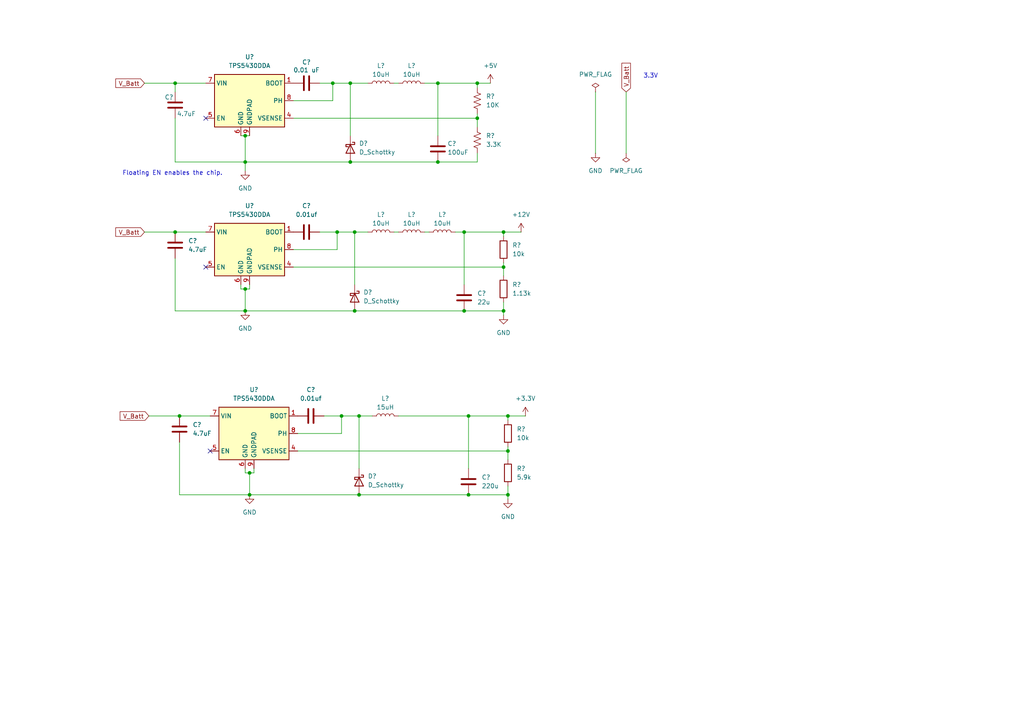
<source format=kicad_sch>
(kicad_sch (version 20250114) (generator "eeschema") (generator_version "9.0")
  (paper "A4")
  (title_block (date "2024-11-14") (company "UW Huskysat") (comment 1 "Tracy, Maria, Phina, David"))
  (lib_symbols
    (symbol "Device:C" (pin_numbers (hide yes)) (pin_names (offset 0.254))
      (property "Reference" "C" (at 0.635 2.54 0))
      (property "Value" "C" (at 0.635 -2.54 0))
      (symbol "C_0_1"
        (polyline (pts (xy -2.032 0.762) (xy 2.032 0.762)) (stroke (width 0.508)))
        (polyline (pts (xy -2.032 -0.762) (xy 2.032 -0.762)) (stroke (width 0.508)))
      )
      (symbol "C_1_1"
        (pin passive line (at 0 3.81 270) (length 2.794) (name "~") (number "1"))
        (pin passive line (at 0 -3.81 90) (length 2.794) (name "~") (number "2"))
      )
    )
    (symbol "Device:D_Schottky" (pin_numbers (hide yes)) (pin_names (offset 1.016) (hide yes))
      (property "Reference" "D" (at 0 2.54 0))
      (property "Value" "D_Schottky" (at 0 -2.54 0))
      (symbol "D_Schottky_0_1"
        (polyline (pts (xy -1.905 0.635) (xy -1.905 1.27) (xy -1.27 1.27) (xy -1.27 -1.27) (xy -0.635 -1.27) (xy -0.635 -0.635)) (stroke (width 0.254)))
        (polyline (pts (xy 1.27 1.27) (xy 1.27 -1.27) (xy -1.27 0) (xy 1.27 1.27)) (stroke (width 0.254)))
        (polyline (pts (xy 1.27 0) (xy -1.27 0)))
      )
      (symbol "D_Schottky_1_1"
        (pin passive line (at -3.81 0 0) (length 2.54) (name "K") (number "1"))
        (pin passive line (at 3.81 0 180) (length 2.54) (name "A") (number "2"))
      )
    )
    (symbol "Device:L" (pin_numbers (hide yes)) (pin_names (offset 1.016) (hide yes))
      (property "Reference" "L" (at -1.27 0 90))
      (property "Value" "L" (at 1.905 0 90))
      (symbol "L_0_1"
        (arc (start 0 2.54) (mid 0.6323 1.905) (end 0 1.27))
        (arc (start 0 1.27) (mid 0.6323 0.635) (end 0 0))
        (arc (start 0 0) (mid 0.6323 -0.635) (end 0 -1.27))
        (arc (start 0 -1.27) (mid 0.6323 -1.905) (end 0 -2.54))
      )
      (symbol "L_1_1"
        (pin passive line (at 0 3.81 270) (length 1.27) (name "1") (number "1"))
        (pin passive line (at 0 -3.81 90) (length 1.27) (name "2") (number "2"))
      )
    )
    (symbol "Device:R" (pin_numbers (hide yes)) (pin_names (offset 0))
      (property "Reference" "R" (at 2.032 0 90))
      (property "Value" "R" (at 0 0 90))
      (symbol "R_0_1"
        (rectangle (start -1.016 -2.54) (end 1.016 2.54) (stroke (width 0.254)))
      )
      (symbol "R_1_1"
        (pin passive line (at 0 3.81 270) (length 1.27) (name "~") (number "1"))
        (pin passive line (at 0 -3.81 90) (length 1.27) (name "~") (number "2"))
      )
    )
    (symbol "Device:R_US" (pin_numbers (hide yes)) (pin_names (offset 0))
      (property "Reference" "R" (at 2.54 0 90))
      (property "Value" "R_US" (at -2.54 0 90))
      (symbol "R_US_0_1"
        (polyline (pts (xy 0 2.286) (xy 0 2.54)))
        (polyline (pts (xy 0 2.286) (xy 1.016 1.905) (xy 0 1.524) (xy -1.016 1.143) (xy 0 0.762)))
        (polyline (pts (xy 0 0.762) (xy 1.016 0.381) (xy 0 0) (xy -1.016 -0.381) (xy 0 -0.762)))
        (polyline (pts (xy 0 -0.762) (xy 1.016 -1.143) (xy 0 -1.524) (xy -1.016 -1.905) (xy 0 -2.286)))
        (polyline (pts (xy 0 -2.286) (xy 0 -2.54)))
      )
      (symbol "R_US_1_1"
        (pin passive line (at 0 3.81 270) (length 1.27) (name "~") (number "1"))
        (pin passive line (at 0 -3.81 90) (length 1.27) (name "~") (number "2"))
      )
    )
    (symbol "GND_1" (power) (pin_names (offset 0))
      (property "Value" "GND" (at 0 -3.81 0))
      (symbol "GND_1_0_1"
        (polyline (pts (xy 0 0) (xy 0 -1.27) (xy 1.27 -1.27) (xy 0 -2.54) (xy -1.27 -1.27) (xy 0 -1.27)))
      )
      (symbol "GND_1_1_1"
        (pin power_in line (at 0 0 270) (length 0) (hide yes) (name "GND") (number "1"))
      )
    )
    (symbol "Regulator_Switching:TPS5430DDA"
      (property "Reference" "U" (at -10.16 8.89 0))
      (property "Value" "TPS5430DDA" (at -1.27 8.89 0))
      (symbol "TPS5430DDA_0_1"
        (rectangle (start -10.16 7.62) (end 10.16 -7.62) (stroke (width 0.254)) (fill (type background)))
      )
      (symbol "TPS5430DDA_1_1"
        (pin power_in line (at -12.7 5.08 0) (length 2.54) (name "VIN") (number "7"))
        (pin input line (at -12.7 -5.08 0) (length 2.54) (name "EN") (number "5"))
        (pin no_connect line (at -10.16 2.54 0) (length 2.54) (hide yes) (name "NC") (number "2"))
        (pin no_connect line (at -10.16 -2.54 0) (length 2.54) (hide yes) (name "NC") (number "3"))
        (pin power_in line (at -2.54 -10.16 90) (length 2.54) (name "GND") (number "6"))
        (pin power_in line (at 0 -10.16 90) (length 2.54) (name "GNDPAD") (number "9"))
        (pin input line (at 12.7 5.08 180) (length 2.54) (name "BOOT") (number "1"))
        (pin output line (at 12.7 0 180) (length 2.54) (name "PH") (number "8"))
        (pin input line (at 12.7 -5.08 180) (length 2.54) (name "VSENSE") (number "4"))
      )
    )
    (symbol "power:+12V" (power) (pin_numbers (hide yes)) (pin_names (offset 0) (hide yes))
      (property "Value" "+12V" (at 0 3.556 0))
      (symbol "+12V_0_1"
        (polyline (pts (xy -0.762 1.27) (xy 0 2.54)))
        (polyline (pts (xy 0 2.54) (xy 0.762 1.27)))
        (polyline (pts (xy 0 0) (xy 0 2.54)))
      )
      (symbol "+12V_1_1"
        (pin power_in line (at 0 0 90) (length 0) (name "~") (number "1"))
      )
    )
    (symbol "power:+5V" (power) (pin_numbers (hide yes)) (pin_names (offset 0) (hide yes))
      (property "Value" "+5V" (at 0 3.556 0))
      (symbol "+5V_0_1"
        (polyline (pts (xy -0.762 1.27) (xy 0 2.54)))
        (polyline (pts (xy 0 2.54) (xy 0.762 1.27)))
        (polyline (pts (xy 0 0) (xy 0 2.54)))
      )
      (symbol "+5V_1_1"
        (pin power_in line (at 0 0 90) (length 0) (name "~") (number "1"))
      )
    )
    (symbol "power:GND" (power) (pin_numbers (hide yes)) (pin_names (offset 0) (hide yes))
      (property "Value" "GND" (at 0 -3.81 0))
      (symbol "GND_0_1"
        (polyline (pts (xy 0 0) (xy 0 -1.27) (xy 1.27 -1.27) (xy 0 -2.54) (xy -1.27 -1.27) (xy 0 -1.27)))
      )
      (symbol "GND_1_1"
        (pin power_in line (at 0 0 270) (length 0) (name "~") (number "1"))
      )
    )
    (symbol "power:PWR_FLAG" (power) (pin_numbers (hide yes)) (pin_names (offset 0) (hide yes))
      (property "Value" "PWR_FLAG" (at 0 3.81 0))
      (symbol "PWR_FLAG_0_0"
        (pin power_out line (at 0 0 90) (length 0) (name "~") (number "1"))
      )
      (symbol "PWR_FLAG_0_1"
        (polyline (pts (xy 0 0) (xy 0 1.27) (xy -1.016 1.905) (xy 0 2.54) (xy 1.016 1.905) (xy 0 1.27)))
      )
    )
  )
  (text "3.3V\n" (at 188.722 22.098 0) (effects (font (size 1.27 1.27))))
  (text "Floating EN enables the chip." (at 50.038 50.292 0) (effects (font (size 1.27 1.27))))
  (junction (at 135.89 143.51))
  (junction (at 52.07 120.65))
  (junction (at 127 24.13))
  (junction (at 101.6 46.99))
  (junction (at 135.89 120.65))
  (junction (at 50.8 24.13))
  (junction (at 99.06 120.65))
  (junction (at 138.43 34.29))
  (junction (at 138.43 24.13))
  (junction (at 147.32 120.65))
  (junction (at 127 46.99))
  (junction (at 72.39 137.16))
  (junction (at 71.12 83.82))
  (junction (at 104.14 143.51))
  (junction (at 104.14 120.65))
  (junction (at 134.62 67.31))
  (junction (at 71.12 39.37))
  (junction (at 146.05 77.47))
  (junction (at 97.79 67.31))
  (junction (at 101.6 24.13))
  (junction (at 71.12 90.17))
  (junction (at 72.39 143.51))
  (junction (at 102.87 90.17))
  (junction (at 147.32 130.81))
  (junction (at 96.52 24.13))
  (junction (at 146.05 67.31))
  (junction (at 71.12 46.99))
  (junction (at 147.32 143.51))
  (junction (at 50.8 67.31))
  (junction (at 102.87 67.31))
  (junction (at 134.62 90.17))
  (junction (at 146.05 90.17))
  (no_connect (at 60.96 130.81))
  (no_connect (at 59.69 34.29))
  (no_connect (at 59.69 77.47))
  (wire (pts (xy 97.79 72.39) (xy 97.79 67.31)))
  (wire (pts (xy 146.05 80.01) (xy 146.05 77.47)))
  (wire (pts (xy 50.8 74.93) (xy 50.8 90.17)))
  (wire (pts (xy 114.3 24.13) (xy 115.57 24.13)))
  (wire (pts (xy 123.19 24.13) (xy 127 24.13)))
  (wire (pts (xy 147.32 133.35) (xy 147.32 130.81)))
  (wire (pts (xy 71.12 46.99) (xy 71.12 39.37)))
  (wire (pts (xy 73.66 135.89) (xy 73.66 137.16)))
  (wire (pts (xy 138.43 33.02) (xy 138.43 34.29)))
  (wire (pts (xy 147.32 140.97) (xy 147.32 143.51)))
  (wire (pts (xy 104.14 143.51) (xy 135.89 143.51)))
  (wire (pts (xy 135.89 143.51) (xy 147.32 143.51)))
  (wire (pts (xy 86.36 125.73) (xy 99.06 125.73)))
  (wire (pts (xy 101.6 39.37) (xy 101.6 24.13)))
  (wire (pts (xy 85.09 34.29) (xy 138.43 34.29)))
  (wire (pts (xy 96.52 24.13) (xy 96.52 29.21)))
  (wire (pts (xy 147.32 120.65) (xy 152.4 120.65)))
  (wire (pts (xy 127 24.13) (xy 127 39.37)))
  (wire (pts (xy 102.87 67.31) (xy 102.87 82.55)))
  (wire (pts (xy 114.3 67.31) (xy 115.57 67.31)))
  (wire (pts (xy 72.39 143.51) (xy 104.14 143.51)))
  (wire (pts (xy 138.43 24.13) (xy 138.43 25.4)))
  (wire (pts (xy 97.79 67.31) (xy 102.87 67.31)))
  (wire (pts (xy 138.43 44.45) (xy 138.43 46.99)))
  (wire (pts (xy 146.05 87.63) (xy 146.05 90.17)))
  (wire (pts (xy 123.19 67.31) (xy 124.46 67.31)))
  (wire (pts (xy 69.85 83.82) (xy 71.12 83.82)))
  (wire (pts (xy 147.32 129.54) (xy 147.32 130.81)))
  (wire (pts (xy 71.12 83.82) (xy 71.12 90.17)))
  (wire (pts (xy 71.12 83.82) (xy 72.39 83.82)))
  (wire (pts (xy 50.8 34.29) (xy 50.8 46.99)))
  (wire (pts (xy 52.07 128.27) (xy 52.07 143.51)))
  (wire (pts (xy 85.09 72.39) (xy 97.79 72.39)))
  (wire (pts (xy 101.6 46.99) (xy 127 46.99)))
  (wire (pts (xy 127 24.13) (xy 138.43 24.13)))
  (wire (pts (xy 92.71 67.31) (xy 97.79 67.31)))
  (wire (pts (xy 72.39 137.16) (xy 73.66 137.16)))
  (wire (pts (xy 50.8 90.17) (xy 71.12 90.17)))
  (wire (pts (xy 135.89 120.65) (xy 147.32 120.65)))
  (wire (pts (xy 134.62 67.31) (xy 134.62 82.55)))
  (wire (pts (xy 101.6 24.13) (xy 106.68 24.13)))
  (wire (pts (xy 71.12 46.99) (xy 101.6 46.99)))
  (wire (pts (xy 71.12 39.37) (xy 69.85 39.37)))
  (wire (pts (xy 99.06 125.73) (xy 99.06 120.65)))
  (wire (pts (xy 115.57 120.65) (xy 135.89 120.65)))
  (wire (pts (xy 146.05 90.17) (xy 146.05 91.44)))
  (wire (pts (xy 172.72 26.67) (xy 172.72 44.45)))
  (wire (pts (xy 104.14 120.65) (xy 104.14 135.89)))
  (wire (pts (xy 104.14 120.65) (xy 107.95 120.65)))
  (wire (pts (xy 181.61 26.67) (xy 181.61 44.45)))
  (wire (pts (xy 96.52 24.13) (xy 101.6 24.13)))
  (wire (pts (xy 146.05 67.31) (xy 151.13 67.31)))
  (wire (pts (xy 71.12 39.37) (xy 72.39 39.37)))
  (wire (pts (xy 134.62 90.17) (xy 146.05 90.17)))
  (wire (pts (xy 102.87 67.31) (xy 106.68 67.31)))
  (wire (pts (xy 146.05 76.2) (xy 146.05 77.47)))
  (wire (pts (xy 69.85 82.55) (xy 69.85 83.82)))
  (wire (pts (xy 52.07 120.65) (xy 60.96 120.65)))
  (wire (pts (xy 85.09 29.21) (xy 96.52 29.21)))
  (wire (pts (xy 71.12 135.89) (xy 71.12 137.16)))
  (wire (pts (xy 134.62 67.31) (xy 146.05 67.31)))
  (wire (pts (xy 86.36 130.81) (xy 147.32 130.81)))
  (wire (pts (xy 99.06 120.65) (xy 104.14 120.65)))
  (wire (pts (xy 138.43 34.29) (xy 138.43 36.83)))
  (wire (pts (xy 41.91 67.31) (xy 50.8 67.31)))
  (wire (pts (xy 50.8 24.13) (xy 59.69 24.13)))
  (wire (pts (xy 50.8 24.13) (xy 50.8 26.67)))
  (wire (pts (xy 50.8 67.31) (xy 59.69 67.31)))
  (wire (pts (xy 132.08 67.31) (xy 134.62 67.31)))
  (wire (pts (xy 71.12 137.16) (xy 72.39 137.16)))
  (wire (pts (xy 135.89 120.65) (xy 135.89 135.89)))
  (wire (pts (xy 72.39 137.16) (xy 72.39 143.51)))
  (wire (pts (xy 43.18 120.65) (xy 52.07 120.65)))
  (wire (pts (xy 138.43 24.13) (xy 142.24 24.13)))
  (wire (pts (xy 72.39 82.55) (xy 72.39 83.82)))
  (wire (pts (xy 146.05 68.58) (xy 146.05 67.31)))
  (wire (pts (xy 85.09 77.47) (xy 146.05 77.47)))
  (wire (pts (xy 102.87 90.17) (xy 134.62 90.17)))
  (wire (pts (xy 93.98 120.65) (xy 99.06 120.65)))
  (wire (pts (xy 127 46.99) (xy 138.43 46.99)))
  (wire (pts (xy 50.8 46.99) (xy 71.12 46.99)))
  (wire (pts (xy 41.91 24.13) (xy 50.8 24.13)))
  (wire (pts (xy 92.71 24.13) (xy 96.52 24.13)))
  (wire (pts (xy 147.32 143.51) (xy 147.32 144.78)))
  (wire (pts (xy 71.12 49.53) (xy 71.12 46.99)))
  (wire (pts (xy 71.12 90.17) (xy 102.87 90.17)))
  (wire (pts (xy 147.32 121.92) (xy 147.32 120.65)))
  (wire (pts (xy 52.07 143.51) (xy 72.39 143.51)))
  (global_label "V_Batt" (shape input) (at 41.91 67.31 180) (property "Intersheetrefs" "${INTERSHEET_REFS}" (effects (hide yes))))
  (global_label "V_Batt" (shape input) (at 41.91 24.13 180) (property "Intersheetrefs" "${INTERSHEET_REFS}" (effects (hide yes))))
  (global_label "V_Batt" (shape input) (at 181.61 26.67 90) (property "Intersheetrefs" "${INTERSHEET_REFS}" (effects (hide yes))))
  (global_label "V_Batt" (shape input) (at 43.18 120.65 180) (property "Intersheetrefs" "${INTERSHEET_REFS}" (effects (hide yes))))
  (symbol (lib_id "Device:L") (at 119.38 24.13 90) (unit 1)
    (property "Reference" "L?" (at 119.38 19.05 90))
    (property "Value" "10uH" (at 119.38 21.59 90))
    (property "Footprint" "Inductor_SMD:L_Changjiang_FXL0630" (effects (hide yes)))
    (property "LCSC" "C167223" (effects (hide yes)))
  )
  (symbol (lib_id "Device:L") (at 119.38 67.31 90) (unit 1)
    (property "Reference" "L?" (at 119.38 62.23 90))
    (property "Value" "10uH" (at 119.38 64.77 90))
    (property "Footprint" "Inductor_SMD:L_Changjiang_FXL0630" (effects (hide yes)))
    (property "LCSC" "C167223" (effects (hide yes)))
  )
  (symbol (lib_id "power:GND") (at 172.72 44.45 0) (unit 1)
    (property "Reference" "#PWR017" (effects (hide yes)))
    (property "Value" "GND" (at 172.72 49.53 0))
    (property "Description" "Power symbol creates a global label with name \"GND\" , ground" (effects (hide yes)))
  )
  (symbol (lib_id "Device:C") (at 88.9 24.13 90) (unit 1)
    (property "Reference" "C?" (at 88.9 18.034 90))
    (property "Value" "0.01 uF" (at 88.9 20.32 90))
    (property "Footprint" "Capacitor_SMD:C_0603_1608Metric" (effects (hide yes)))
    (property "Description" "Unpolarized capacitor" (effects (hide yes)))
    (property "LCSC" "C1589" (effects (hide yes)))
  )
  (symbol (lib_name "GND_1") (lib_id "power:GND") (at 146.05 91.44 0) (unit 1)
    (property "Reference" "#PWR?" (effects (hide yes)))
    (property "Value" "GND" (at 146.05 96.52 0))
  )
  (symbol (lib_id "power:+12V") (at 151.13 67.31 0) (unit 1)
    (property "Reference" "#PWR?" (effects (hide yes)))
    (property "Value" "+12V" (at 151.13 62.23 0))
    (property "Description" "Power symbol creates a global label with name \"+12V\"" (effects (hide yes)))
  )
  (symbol (lib_id "Regulator_Switching:TPS5430DDA") (at 73.66 125.73 0) (unit 1)
    (property "Reference" "U?" (at 73.66 113.03 0))
    (property "Value" "TPS5430DDA" (at 73.66 115.57 0))
    (property "Footprint" "Package_SO:TI_SO-PowerPAD-8_ThermalVias" (effects (hide yes)))
    (property "Datasheet" "http://www.ti.com/lit/ds/symlink/tps5430.pdf" (effects (hide yes)))
    (property "LCSC" "C9864" (effects (hide yes)))
  )
  (symbol (lib_id "power:PWR_FLAG") (at 172.72 26.67 0) (unit 1)
    (property "Reference" "#FLG03" (effects (hide yes)))
    (property "Value" "PWR_FLAG" (at 172.72 21.59 0))
    (property "Description" "Special symbol for telling ERC where power comes from" (effects (hide yes)))
  )
  (symbol (lib_id "power:+12V") (at 152.4 120.65 0) (unit 1)
    (property "Reference" "#PWR?" (effects (hide yes)))
    (property "Value" "+3.3V" (at 152.4 115.57 0))
    (property "Description" "Power symbol creates a global label with name \"+12V\"" (effects (hide yes)))
  )
  (symbol (lib_id "power:+5V") (at 142.24 24.13 0) (unit 1)
    (property "Reference" "#PWR?" (effects (hide yes)))
    (property "Value" "+5V" (at 142.24 19.05 0))
    (property "Description" "Power symbol creates a global label with name \"+5V\"" (effects (hide yes)))
  )
  (symbol (lib_id "Device:L") (at 110.49 24.13 90) (unit 1)
    (property "Reference" "L?" (at 110.49 19.05 90))
    (property "Value" "10uH" (at 110.49 21.59 90))
    (property "Footprint" "Inductor_SMD:L_Changjiang_FXL0630" (effects (hide yes)))
    (property "LCSC" "C167223" (effects (hide yes)))
  )
  (symbol (lib_id "Device:D_Schottky") (at 101.6 43.18 270) (unit 1)
    (property "Reference" "D?" (at 104.14 41.5924 90) (effects (justify left)))
    (property "Value" "D_Schottky" (at 104.14 44.1324 90) (effects (justify left)))
    (property "Footprint" "Diode_SMD:D_SOD-323" (effects (hide yes)))
    (property "Description" "Schottky diode" (effects (hide yes)))
    (property "LCSC" "C191023" (effects (hide yes)))
  )
  (symbol (lib_id "Regulator_Switching:TPS5430DDA") (at 72.39 29.21 0) (unit 1)
    (property "Reference" "U?" (at 72.39 16.51 0))
    (property "Value" "TPS5430DDA" (at 72.39 19.05 0))
    (property "Footprint" "Package_SO:TI_SO-PowerPAD-8_ThermalVias" (effects (hide yes)))
    (property "Datasheet" "http://www.ti.com/lit/ds/symlink/tps5430.pdf" (effects (hide yes)))
    (property "Description" "3A, Step Down Swift Converter, Adjustable Output Voltage, 5.5-36V Input Voltage, PowerSO-8" (effects (hide yes)))
    (property "LCSC" "C9864" (effects (hide yes)))
  )
  (symbol (lib_id "Device:C") (at 52.07 124.46 0) (unit 1)
    (property "Reference" "C?" (at 55.88 123.1899 0) (effects (justify left)))
    (property "Value" "4.7uF" (at 55.88 125.7299 0) (effects (justify left)))
    (property "Footprint" "Capacitor_SMD:C_0805_2012Metric" (effects (hide yes)))
    (property "Description" "Unpolarized Capacitor" (effects (hide yes)))
    (property "LCSC" "C1779" (effects (hide yes)))
  )
  (symbol (lib_id "Device:R_US") (at 138.43 29.21 0) (unit 1)
    (property "Reference" "R?" (at 140.97 27.9399 0) (effects (justify left)))
    (property "Value" "10K" (at 140.97 30.4799 0) (effects (justify left)))
    (property "Footprint" "Resistor_SMD:R_0603_1608Metric" (effects (hide yes)))
    (property "Description" "Resistor, US symbol" (effects (hide yes)))
    (property "LCSC" "C15401" (effects (hide yes)))
  )
  (symbol (lib_id "Device:C") (at 134.62 86.36 180) (unit 1)
    (property "Reference" "C?" (at 138.43 85.09 0) (effects (justify right)))
    (property "Value" "22u" (at 138.43 87.63 0) (effects (justify right)))
    (property "Footprint" "Capacitor_SMD:C_0805_2012Metric" (effects (hide yes)))
    (property "LCSC" "C45783" (effects (hide yes)))
  )
  (symbol (lib_id "Device:R") (at 146.05 83.82 0) (unit 1)
    (property "Reference" "R?" (at 148.59 82.5499 0) (effects (justify left)))
    (property "Value" "1.13k" (at 148.59 85.0899 0) (effects (justify left)))
    (property "Footprint" "Resistor_SMD:R_1206_3216Metric" (effects (hide yes)))
    (property "LCSC" "C4410" (effects (hide yes)))
  )
  (symbol (lib_id "Regulator_Switching:TPS5430DDA") (at 72.39 72.39 0) (unit 1)
    (property "Reference" "U?" (at 72.39 59.69 0))
    (property "Value" "TPS5430DDA" (at 72.39 62.23 0))
    (property "Footprint" "Package_SO:TI_SO-PowerPAD-8_ThermalVias" (effects (hide yes)))
    (property "Datasheet" "http://www.ti.com/lit/ds/symlink/tps5430.pdf" (effects (hide yes)))
    (property "LCSC" "C9864" (effects (hide yes)))
  )
  (symbol (lib_id "power:GND") (at 72.39 143.51 0) (unit 1)
    (property "Reference" "#PWR?" (effects (hide yes)))
    (property "Value" "GND" (at 72.39 148.59 0))
    (property "Description" "Power symbol creates a global label with name \"GND\" , ground" (effects (hide yes)))
  )
  (symbol (lib_id "Device:R") (at 146.05 72.39 0) (unit 1)
    (property "Reference" "R?" (at 148.59 71.12 0) (effects (justify left)))
    (property "Value" "10k" (at 148.59 73.66 0) (effects (justify left)))
    (property "Footprint" "Resistor_SMD:R_0603_1608Metric" (effects (hide yes)))
    (property "LCSC" "C15401" (effects (hide yes)))
  )
  (symbol (lib_id "Device:L") (at 110.49 67.31 90) (unit 1)
    (property "Reference" "L?" (at 110.49 62.23 90))
    (property "Value" "10uH" (at 110.49 64.77 90))
    (property "Footprint" "Inductor_SMD:L_Changjiang_FXL0630" (effects (hide yes)))
    (property "LCSC" "C167223" (effects (hide yes)))
  )
  (symbol (lib_id "Device:D_Schottky") (at 104.14 139.7 270) (unit 1)
    (property "Reference" "D?" (at 106.68 138.1124 90) (effects (justify left)))
    (property "Value" "D_Schottky" (at 106.68 140.6524 90) (effects (justify left)))
    (property "Footprint" "Diode_SMD:D_SOD-323" (effects (hide yes)))
    (property "Description" "Schottky diode" (effects (hide yes)))
    (property "LCSC" "C191023" (effects (hide yes)))
  )
  (symbol (lib_id "Device:L") (at 128.27 67.31 90) (unit 1)
    (property "Reference" "L?" (at 128.27 62.23 90))
    (property "Value" "10uH" (at 128.27 64.77 90))
    (property "Footprint" "Inductor_SMD:L_Changjiang_FXL0630" (effects (hide yes)))
    (property "LCSC" "C167223" (effects (hide yes)))
  )
  (symbol (lib_name "GND_1") (lib_id "power:GND") (at 147.32 144.78 0) (unit 1)
    (property "Reference" "#PWR?" (effects (hide yes)))
    (property "Value" "GND" (at 147.32 149.86 0))
  )
  (symbol (lib_id "Device:C") (at 127 43.18 0) (unit 1)
    (property "Reference" "C?" (at 129.794 41.656 0) (effects (justify left)))
    (property "Value" "100uF" (at 129.794 44.196 0) (effects (justify left)))
    (property "Footprint" "Capacitor_SMD:C_Elec_6.3x7.7" (effects (hide yes)))
    (property "Description" "Unpolarized capacitor" (effects (hide yes)))
    (property "LCSC" "C2836437" (effects (hide yes)))
  )
  (symbol (lib_id "Device:C") (at 90.17 120.65 90) (unit 1)
    (property "Reference" "C?" (at 90.17 113.03 90))
    (property "Value" "0.01uf" (at 90.17 115.57 90))
    (property "Footprint" "Capacitor_SMD:C_0603_1608Metric" (effects (hide yes)))
    (property "LCSC" "C1589" (effects (hide yes)))
  )
  (symbol (lib_id "Device:L") (at 111.76 120.65 90) (unit 1)
    (property "Reference" "L?" (at 111.76 115.57 90))
    (property "Value" "15uH" (at 111.76 118.11 90))
    (property "Footprint" "Inductor_SMD:L_Changjiang_FXL0630" (effects (hide yes)))
    (property "LCSC" "C40000" (effects (hide yes)))
  )
  (symbol (lib_id "Device:R_US") (at 138.43 40.64 0) (unit 1)
    (property "Reference" "R?" (at 140.97 39.3699 0) (effects (justify left)))
    (property "Value" "3.3K" (at 140.97 41.9099 0) (effects (justify left)))
    (property "Footprint" "Resistor_SMD:R_1206_3216Metric" (effects (hide yes)))
    (property "Description" "Resistor, US symbol" (effects (hide yes)))
    (property "LCSC" "C26041" (effects (hide yes)))
  )
  (symbol (lib_id "Device:C") (at 88.9 67.31 90) (unit 1)
    (property "Reference" "C?" (at 88.9 59.69 90))
    (property "Value" "0.01uf" (at 88.9 62.23 90))
    (property "Footprint" "Capacitor_SMD:C_0603_1608Metric" (effects (hide yes)))
    (property "LCSC" "C1589" (effects (hide yes)))
  )
  (symbol (lib_id "power:PWR_FLAG") (at 181.61 44.45 180) (unit 1)
    (property "Reference" "#FLG04" (effects (hide yes)))
    (property "Value" "PWR_FLAG" (at 181.61 49.53 0))
    (property "Description" "Special symbol for telling ERC where power comes from" (effects (hide yes)))
  )
  (symbol (lib_id "power:GND") (at 71.12 90.17 0) (unit 1)
    (property "Reference" "#PWR?" (effects (hide yes)))
    (property "Value" "GND" (at 71.12 95.25 0))
    (property "Description" "Power symbol creates a global label with name \"GND\" , ground" (effects (hide yes)))
  )
  (symbol (lib_id "Device:R") (at 147.32 137.16 0) (unit 1)
    (property "Reference" "R?" (at 149.86 135.8899 0) (effects (justify left)))
    (property "Value" "5.9k" (at 149.86 138.4299 0) (effects (justify left)))
    (property "Footprint" "Resistor_SMD:R_1206_3216Metric" (effects (hide yes)))
    (property "LCSC" "C488883" (effects (hide yes)))
  )
  (symbol (lib_id "Device:R") (at 147.32 125.73 0) (unit 1)
    (property "Reference" "R?" (at 149.86 124.4599 0) (effects (justify left)))
    (property "Value" "10k" (at 149.86 126.9999 0) (effects (justify left)))
    (property "Footprint" "Resistor_SMD:R_0603_1608Metric" (effects (hide yes)))
    (property "LCSC" "C15401" (effects (hide yes)))
  )
  (symbol (lib_id "Device:C") (at 50.8 30.48 0) (unit 1)
    (property "Reference" "C?" (at 47.752 28.194 0) (effects (justify left)))
    (property "Value" "4.7uF" (at 51.308 33.02 0) (effects (justify left)))
    (property "Footprint" "Capacitor_SMD:C_0805_2012Metric" (effects (hide yes)))
    (property "Description" "Unpolarized capacitor" (effects (hide yes)))
    (property "LCSC" "C1779" (effects (hide yes)))
  )
  (symbol (lib_id "Device:D_Schottky") (at 102.87 86.36 270) (unit 1)
    (property "Reference" "D?" (at 105.41 84.7724 90) (effects (justify left)))
    (property "Value" "D_Schottky" (at 105.41 87.3124 90) (effects (justify left)))
    (property "Footprint" "Diode_SMD:D_SOD-323" (effects (hide yes)))
    (property "Description" "Schottky diode" (effects (hide yes)))
    (property "LCSC" "C191023" (effects (hide yes)))
  )
  (symbol (lib_id "Device:C") (at 135.89 139.7 180) (unit 1)
    (property "Reference" "C?" (at 139.7 138.43 0) (effects (justify right)))
    (property "Value" "220u" (at 139.7 140.97 0) (effects (justify right)))
    (property "Footprint" "Capacitor_SMD:C_0805_2012Metric" (effects (hide yes)))
    (property "LCSC" "C125977" (effects (hide yes)))
  )
  (symbol (lib_id "power:GND") (at 71.12 49.53 0) (unit 1)
    (property "Reference" "#PWR?" (effects (hide yes)))
    (property "Value" "GND" (at 71.12 54.61 0))
    (property "Description" "Power symbol creates a global label with name \"GND\" , ground" (effects (hide yes)))
  )
  (symbol (lib_id "Device:C") (at 50.8 71.12 0) (unit 1)
    (property "Reference" "C?" (at 54.61 69.85 0) (effects (justify left)))
    (property "Value" "4.7uF" (at 54.61 72.39 0) (effects (justify left)))
    (property "Footprint" "Capacitor_SMD:C_0805_2012Metric" (effects (hide yes)))
    (property "Description" "Unpolarized Capacitor" (effects (hide yes)))
    (property "LCSC" "C1779" (effects (hide yes)))
  )
)
</source>
